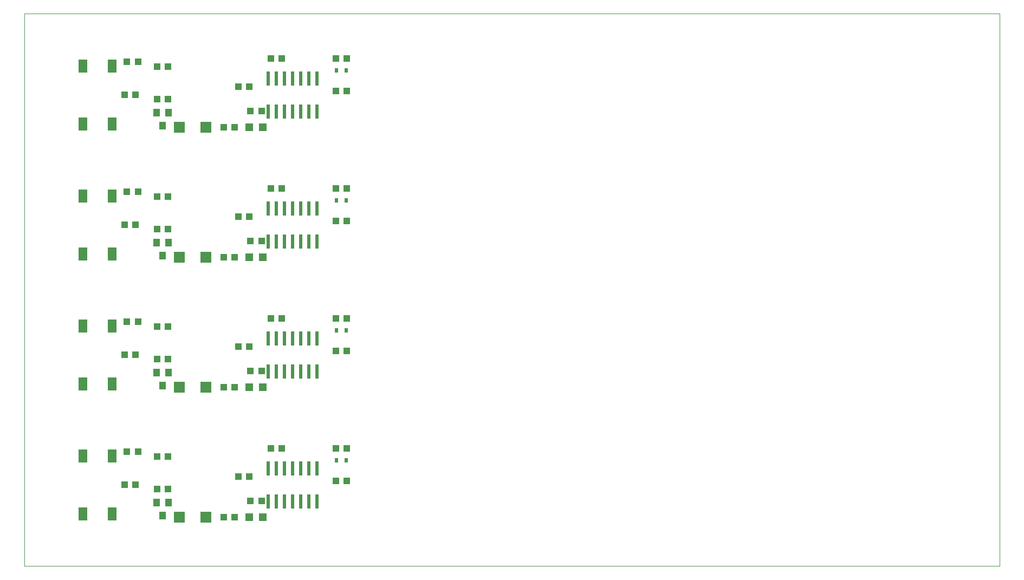
<source format=gtp>
G75*
G70*
%OFA0B0*%
%FSLAX24Y24*%
%IPPOS*%
%LPD*%
%AMOC8*
5,1,8,0,0,1.08239X$1,22.5*
%
%ADD10C,0.0000*%
%ADD11R,0.0240X0.0870*%
%ADD12R,0.0400X0.0450*%
%ADD13R,0.0433X0.0394*%
%ADD14R,0.0236X0.0315*%
%ADD15R,0.0472X0.0472*%
%ADD16R,0.0709X0.0669*%
%ADD17R,0.0550X0.0830*%
D10*
X000100Y000100D02*
X060100Y000100D01*
X060100Y034100D01*
X000100Y034100D01*
X000100Y000100D01*
D11*
X015100Y004075D03*
X015600Y004075D03*
X016100Y004075D03*
X016600Y004075D03*
X017100Y004075D03*
X017600Y004075D03*
X018100Y004075D03*
X018100Y006125D03*
X017600Y006125D03*
X017100Y006125D03*
X016600Y006125D03*
X016100Y006125D03*
X015600Y006125D03*
X015100Y006125D03*
X015100Y012075D03*
X015600Y012075D03*
X016100Y012075D03*
X016600Y012075D03*
X017100Y012075D03*
X017600Y012075D03*
X018100Y012075D03*
X018100Y014125D03*
X017600Y014125D03*
X017100Y014125D03*
X016600Y014125D03*
X016100Y014125D03*
X015600Y014125D03*
X015100Y014125D03*
X015100Y020075D03*
X015600Y020075D03*
X016100Y020075D03*
X016600Y020075D03*
X017100Y020075D03*
X017600Y020075D03*
X018100Y020075D03*
X018100Y022125D03*
X017600Y022125D03*
X017100Y022125D03*
X016600Y022125D03*
X016100Y022125D03*
X015600Y022125D03*
X015100Y022125D03*
X015100Y028075D03*
X015600Y028075D03*
X016100Y028075D03*
X016600Y028075D03*
X017100Y028075D03*
X017600Y028075D03*
X018100Y028075D03*
X018100Y030125D03*
X017600Y030125D03*
X017100Y030125D03*
X016600Y030125D03*
X016100Y030125D03*
X015600Y030125D03*
X015100Y030125D03*
D12*
X008974Y028000D03*
X008226Y028000D03*
X008600Y027200D03*
X008226Y020000D03*
X008974Y020000D03*
X008600Y019200D03*
X008226Y012000D03*
X008974Y012000D03*
X008600Y011200D03*
X008226Y004000D03*
X008974Y004000D03*
X008600Y003200D03*
D13*
X008265Y004850D03*
X008935Y004850D03*
X006935Y005100D03*
X006265Y005100D03*
X006415Y007150D03*
X007085Y007150D03*
X008265Y006850D03*
X008935Y006850D03*
X013265Y005600D03*
X013935Y005600D03*
X014015Y004100D03*
X014685Y004100D03*
X013035Y003100D03*
X012365Y003100D03*
X015265Y007350D03*
X015935Y007350D03*
X019265Y007350D03*
X019935Y007350D03*
X019935Y005350D03*
X019265Y005350D03*
X013035Y011100D03*
X012365Y011100D03*
X014015Y012100D03*
X014685Y012100D03*
X013935Y013600D03*
X013265Y013600D03*
X015265Y015350D03*
X015935Y015350D03*
X019265Y015350D03*
X019935Y015350D03*
X019935Y013350D03*
X019265Y013350D03*
X013035Y019100D03*
X012365Y019100D03*
X014015Y020100D03*
X014685Y020100D03*
X013935Y021600D03*
X013265Y021600D03*
X015265Y023350D03*
X015935Y023350D03*
X019265Y023350D03*
X019935Y023350D03*
X019935Y021350D03*
X019265Y021350D03*
X013035Y027100D03*
X012365Y027100D03*
X014015Y028100D03*
X014685Y028100D03*
X013935Y029600D03*
X013265Y029600D03*
X015265Y031350D03*
X015935Y031350D03*
X019265Y031350D03*
X019935Y031350D03*
X019935Y029350D03*
X019265Y029350D03*
X008935Y028850D03*
X008265Y028850D03*
X006935Y029100D03*
X006265Y029100D03*
X008265Y030850D03*
X008935Y030850D03*
X007085Y031150D03*
X006415Y031150D03*
X006415Y023150D03*
X007085Y023150D03*
X008265Y022850D03*
X008935Y022850D03*
X006935Y021100D03*
X006265Y021100D03*
X008265Y020850D03*
X008935Y020850D03*
X007085Y015150D03*
X006415Y015150D03*
X008265Y014850D03*
X008935Y014850D03*
X006935Y013100D03*
X006265Y013100D03*
X008265Y012850D03*
X008935Y012850D03*
D14*
X019285Y014600D03*
X019915Y014600D03*
X019915Y006600D03*
X019285Y006600D03*
X019285Y022600D03*
X019915Y022600D03*
X019915Y030600D03*
X019285Y030600D03*
D15*
X014763Y027100D03*
X013937Y027100D03*
X013937Y019100D03*
X014763Y019100D03*
X014763Y011100D03*
X013937Y011100D03*
X013937Y003100D03*
X014763Y003100D03*
D16*
X011257Y003100D03*
X009643Y003100D03*
X009643Y011100D03*
X011257Y011100D03*
X011257Y019100D03*
X009643Y019100D03*
X009643Y027100D03*
X011257Y027100D03*
D17*
X005490Y027310D03*
X003710Y027310D03*
X003710Y030890D03*
X005490Y030899D03*
X005490Y022899D03*
X003710Y022890D03*
X003710Y019310D03*
X005490Y019310D03*
X005490Y014899D03*
X003710Y014890D03*
X003710Y011310D03*
X005490Y011310D03*
X005490Y006899D03*
X003710Y006890D03*
X003710Y003310D03*
X005490Y003310D03*
M02*

</source>
